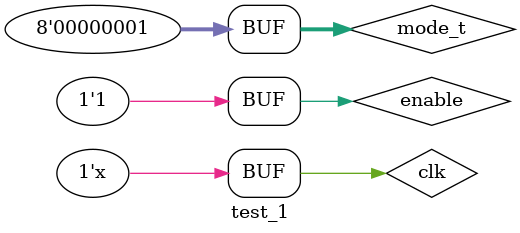
<source format=v>
`timescale 1ns / 1ps


module test_1( );
    reg  clk;         
    reg  enable;      
    reg  [7:0] mode_t;
    
    wire cpib;         
    wire cpie;         
    wire pri;          
    wire sync;         
    wire fiber;        
    wire [9:0] pri_num;
    
    wire [31:0] cpi_p_cnt; 
    wire [31:0] pri_p_cnt; 
    wire [15:0] cpie_w_cnt;
    wire [31:0] cpib_e_p;  
    wire [31:0] cpi_p;     
    wire [31:0] pri_p;     
    wire [31:0] sync_delay;
    wire [8:0]tr_reg;
    
    
    timing_gen tt(
       .clk(clk),              
       .enable(enable),            
       .mode_t(mode_t),      
                      
       .cpib(cpib),              
       .cpie(cpie),              
       .pri(pri),              
       .sync(sync),              
       .fiber(fiber),             
       .pri_num(pri_num),     
                       
       .cpi_p_cnt(cpi_p_cnt),  
       .pri_p_cnt(pri_p_cnt),  
       .cpie_w_cnt(cpie_w_cnt), 
       .cpib_e_p(cpib_e_p),   
       .cpi_p(cpi_p),      
       .pri_p(pri_p),      
       .sync_delay(sync_delay),
       .tr_reg(tr_reg)      

    );     
    
    initial 
      begin
         clk = 0;
         enable = 0;
         mode_t = 1;
         #100;
         enable = 1;
      end
      
     always #1 clk = ~clk; 
   

endmodule

</source>
